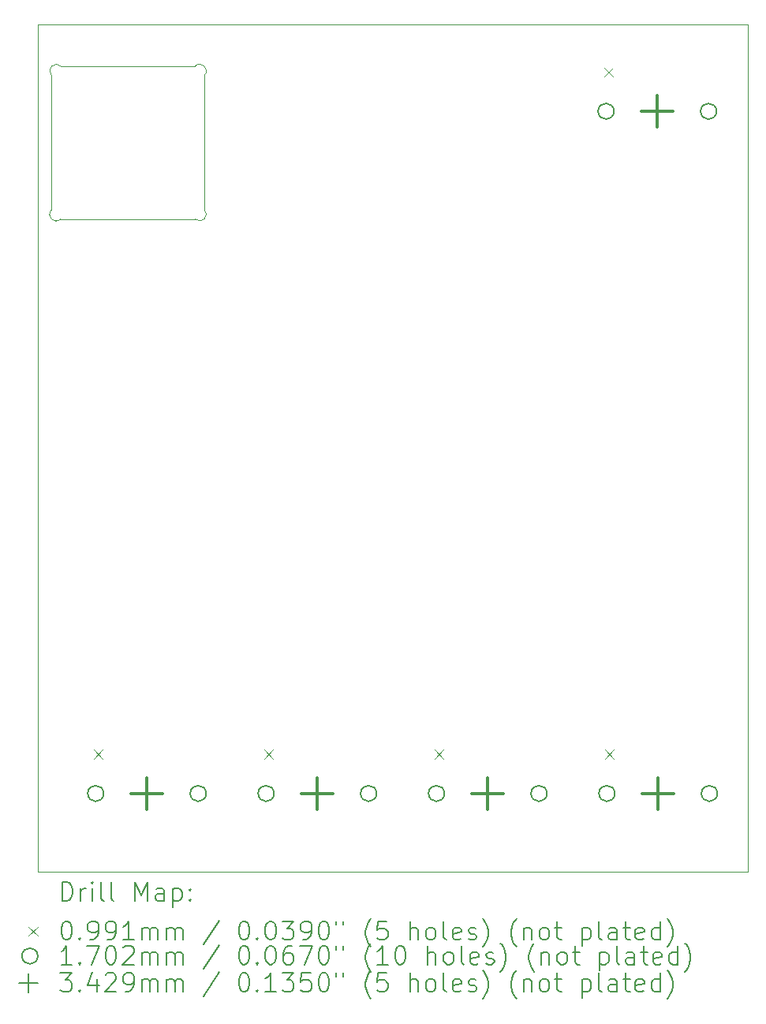
<source format=gbr>
%TF.GenerationSoftware,KiCad,Pcbnew,8.0.7*%
%TF.CreationDate,2024-12-12T20:06:31+02:00*%
%TF.ProjectId,circuit diagram,63697263-7569-4742-9064-69616772616d,rev?*%
%TF.SameCoordinates,Original*%
%TF.FileFunction,Drillmap*%
%TF.FilePolarity,Positive*%
%FSLAX45Y45*%
G04 Gerber Fmt 4.5, Leading zero omitted, Abs format (unit mm)*
G04 Created by KiCad (PCBNEW 8.0.7) date 2024-12-12 20:06:31*
%MOMM*%
%LPD*%
G01*
G04 APERTURE LIST*
%ADD10C,0.050000*%
%ADD11C,0.100000*%
%ADD12C,0.200000*%
%ADD13C,0.170180*%
%ADD14C,0.342900*%
G04 APERTURE END LIST*
D10*
X2794000Y-2946400D02*
X10414000Y-2946400D01*
X10414000Y-12039600D01*
X2794000Y-12039600D01*
X2794000Y-2946400D01*
D11*
X4579200Y-4936400D02*
X4579200Y-3496400D01*
X3039200Y-5036400D02*
X4479200Y-5036400D01*
X4479200Y-3396400D02*
X3039200Y-3396400D01*
X2939200Y-3496400D02*
X2939200Y-4936400D01*
X4479200Y-3396400D02*
G75*
G02*
X4579200Y-3496400I50000J-50000D01*
G01*
X4579200Y-4936400D02*
G75*
G02*
X4479200Y-5036400I-50000J-50000D01*
G01*
X2939200Y-3496400D02*
G75*
G02*
X3039200Y-3396400I50000J50000D01*
G01*
X3039200Y-5036400D02*
G75*
G02*
X2939200Y-4936400I-50000J50000D01*
G01*
D12*
D11*
X3390870Y-10731870D02*
X3489930Y-10830930D01*
X3489930Y-10731870D02*
X3390870Y-10830930D01*
X5219670Y-10731870D02*
X5318730Y-10830930D01*
X5318730Y-10731870D02*
X5219670Y-10830930D01*
X7048470Y-10731870D02*
X7147530Y-10830930D01*
X7147530Y-10731870D02*
X7048470Y-10830930D01*
X8868470Y-3410870D02*
X8967530Y-3509930D01*
X8967530Y-3410870D02*
X8868470Y-3509930D01*
X8877270Y-10731870D02*
X8976330Y-10830930D01*
X8976330Y-10731870D02*
X8877270Y-10830930D01*
D13*
X3497490Y-11201400D02*
G75*
G02*
X3327310Y-11201400I-85090J0D01*
G01*
X3327310Y-11201400D02*
G75*
G02*
X3497490Y-11201400I85090J0D01*
G01*
X4597490Y-11201400D02*
G75*
G02*
X4427310Y-11201400I-85090J0D01*
G01*
X4427310Y-11201400D02*
G75*
G02*
X4597490Y-11201400I85090J0D01*
G01*
X5326290Y-11201400D02*
G75*
G02*
X5156110Y-11201400I-85090J0D01*
G01*
X5156110Y-11201400D02*
G75*
G02*
X5326290Y-11201400I85090J0D01*
G01*
X6426290Y-11201400D02*
G75*
G02*
X6256110Y-11201400I-85090J0D01*
G01*
X6256110Y-11201400D02*
G75*
G02*
X6426290Y-11201400I85090J0D01*
G01*
X7155090Y-11201400D02*
G75*
G02*
X6984910Y-11201400I-85090J0D01*
G01*
X6984910Y-11201400D02*
G75*
G02*
X7155090Y-11201400I85090J0D01*
G01*
X8255090Y-11201400D02*
G75*
G02*
X8084910Y-11201400I-85090J0D01*
G01*
X8084910Y-11201400D02*
G75*
G02*
X8255090Y-11201400I85090J0D01*
G01*
X8975090Y-3880400D02*
G75*
G02*
X8804910Y-3880400I-85090J0D01*
G01*
X8804910Y-3880400D02*
G75*
G02*
X8975090Y-3880400I85090J0D01*
G01*
X8983890Y-11201400D02*
G75*
G02*
X8813710Y-11201400I-85090J0D01*
G01*
X8813710Y-11201400D02*
G75*
G02*
X8983890Y-11201400I85090J0D01*
G01*
X10075090Y-3880400D02*
G75*
G02*
X9904910Y-3880400I-85090J0D01*
G01*
X9904910Y-3880400D02*
G75*
G02*
X10075090Y-3880400I85090J0D01*
G01*
X10083890Y-11201400D02*
G75*
G02*
X9913710Y-11201400I-85090J0D01*
G01*
X9913710Y-11201400D02*
G75*
G02*
X10083890Y-11201400I85090J0D01*
G01*
D14*
X3962400Y-11029950D02*
X3962400Y-11372850D01*
X3790950Y-11201400D02*
X4133850Y-11201400D01*
X5791200Y-11029950D02*
X5791200Y-11372850D01*
X5619750Y-11201400D02*
X5962650Y-11201400D01*
X7620000Y-11029950D02*
X7620000Y-11372850D01*
X7448550Y-11201400D02*
X7791450Y-11201400D01*
X9440000Y-3708950D02*
X9440000Y-4051850D01*
X9268550Y-3880400D02*
X9611450Y-3880400D01*
X9448800Y-11029950D02*
X9448800Y-11372850D01*
X9277350Y-11201400D02*
X9620250Y-11201400D01*
D12*
X3052277Y-12353584D02*
X3052277Y-12153584D01*
X3052277Y-12153584D02*
X3099896Y-12153584D01*
X3099896Y-12153584D02*
X3128467Y-12163108D01*
X3128467Y-12163108D02*
X3147515Y-12182155D01*
X3147515Y-12182155D02*
X3157039Y-12201203D01*
X3157039Y-12201203D02*
X3166562Y-12239298D01*
X3166562Y-12239298D02*
X3166562Y-12267869D01*
X3166562Y-12267869D02*
X3157039Y-12305965D01*
X3157039Y-12305965D02*
X3147515Y-12325012D01*
X3147515Y-12325012D02*
X3128467Y-12344060D01*
X3128467Y-12344060D02*
X3099896Y-12353584D01*
X3099896Y-12353584D02*
X3052277Y-12353584D01*
X3252277Y-12353584D02*
X3252277Y-12220250D01*
X3252277Y-12258346D02*
X3261801Y-12239298D01*
X3261801Y-12239298D02*
X3271324Y-12229774D01*
X3271324Y-12229774D02*
X3290372Y-12220250D01*
X3290372Y-12220250D02*
X3309420Y-12220250D01*
X3376086Y-12353584D02*
X3376086Y-12220250D01*
X3376086Y-12153584D02*
X3366562Y-12163108D01*
X3366562Y-12163108D02*
X3376086Y-12172631D01*
X3376086Y-12172631D02*
X3385610Y-12163108D01*
X3385610Y-12163108D02*
X3376086Y-12153584D01*
X3376086Y-12153584D02*
X3376086Y-12172631D01*
X3499896Y-12353584D02*
X3480848Y-12344060D01*
X3480848Y-12344060D02*
X3471324Y-12325012D01*
X3471324Y-12325012D02*
X3471324Y-12153584D01*
X3604658Y-12353584D02*
X3585610Y-12344060D01*
X3585610Y-12344060D02*
X3576086Y-12325012D01*
X3576086Y-12325012D02*
X3576086Y-12153584D01*
X3833229Y-12353584D02*
X3833229Y-12153584D01*
X3833229Y-12153584D02*
X3899896Y-12296441D01*
X3899896Y-12296441D02*
X3966562Y-12153584D01*
X3966562Y-12153584D02*
X3966562Y-12353584D01*
X4147515Y-12353584D02*
X4147515Y-12248822D01*
X4147515Y-12248822D02*
X4137991Y-12229774D01*
X4137991Y-12229774D02*
X4118943Y-12220250D01*
X4118943Y-12220250D02*
X4080848Y-12220250D01*
X4080848Y-12220250D02*
X4061801Y-12229774D01*
X4147515Y-12344060D02*
X4128467Y-12353584D01*
X4128467Y-12353584D02*
X4080848Y-12353584D01*
X4080848Y-12353584D02*
X4061801Y-12344060D01*
X4061801Y-12344060D02*
X4052277Y-12325012D01*
X4052277Y-12325012D02*
X4052277Y-12305965D01*
X4052277Y-12305965D02*
X4061801Y-12286917D01*
X4061801Y-12286917D02*
X4080848Y-12277393D01*
X4080848Y-12277393D02*
X4128467Y-12277393D01*
X4128467Y-12277393D02*
X4147515Y-12267869D01*
X4242753Y-12220250D02*
X4242753Y-12420250D01*
X4242753Y-12229774D02*
X4261801Y-12220250D01*
X4261801Y-12220250D02*
X4299896Y-12220250D01*
X4299896Y-12220250D02*
X4318944Y-12229774D01*
X4318944Y-12229774D02*
X4328467Y-12239298D01*
X4328467Y-12239298D02*
X4337991Y-12258346D01*
X4337991Y-12258346D02*
X4337991Y-12315488D01*
X4337991Y-12315488D02*
X4328467Y-12334536D01*
X4328467Y-12334536D02*
X4318944Y-12344060D01*
X4318944Y-12344060D02*
X4299896Y-12353584D01*
X4299896Y-12353584D02*
X4261801Y-12353584D01*
X4261801Y-12353584D02*
X4242753Y-12344060D01*
X4423705Y-12334536D02*
X4433229Y-12344060D01*
X4433229Y-12344060D02*
X4423705Y-12353584D01*
X4423705Y-12353584D02*
X4414182Y-12344060D01*
X4414182Y-12344060D02*
X4423705Y-12334536D01*
X4423705Y-12334536D02*
X4423705Y-12353584D01*
X4423705Y-12229774D02*
X4433229Y-12239298D01*
X4433229Y-12239298D02*
X4423705Y-12248822D01*
X4423705Y-12248822D02*
X4414182Y-12239298D01*
X4414182Y-12239298D02*
X4423705Y-12229774D01*
X4423705Y-12229774D02*
X4423705Y-12248822D01*
D11*
X2692440Y-12632570D02*
X2791500Y-12731630D01*
X2791500Y-12632570D02*
X2692440Y-12731630D01*
D12*
X3090372Y-12573584D02*
X3109420Y-12573584D01*
X3109420Y-12573584D02*
X3128467Y-12583108D01*
X3128467Y-12583108D02*
X3137991Y-12592631D01*
X3137991Y-12592631D02*
X3147515Y-12611679D01*
X3147515Y-12611679D02*
X3157039Y-12649774D01*
X3157039Y-12649774D02*
X3157039Y-12697393D01*
X3157039Y-12697393D02*
X3147515Y-12735488D01*
X3147515Y-12735488D02*
X3137991Y-12754536D01*
X3137991Y-12754536D02*
X3128467Y-12764060D01*
X3128467Y-12764060D02*
X3109420Y-12773584D01*
X3109420Y-12773584D02*
X3090372Y-12773584D01*
X3090372Y-12773584D02*
X3071324Y-12764060D01*
X3071324Y-12764060D02*
X3061801Y-12754536D01*
X3061801Y-12754536D02*
X3052277Y-12735488D01*
X3052277Y-12735488D02*
X3042753Y-12697393D01*
X3042753Y-12697393D02*
X3042753Y-12649774D01*
X3042753Y-12649774D02*
X3052277Y-12611679D01*
X3052277Y-12611679D02*
X3061801Y-12592631D01*
X3061801Y-12592631D02*
X3071324Y-12583108D01*
X3071324Y-12583108D02*
X3090372Y-12573584D01*
X3242753Y-12754536D02*
X3252277Y-12764060D01*
X3252277Y-12764060D02*
X3242753Y-12773584D01*
X3242753Y-12773584D02*
X3233229Y-12764060D01*
X3233229Y-12764060D02*
X3242753Y-12754536D01*
X3242753Y-12754536D02*
X3242753Y-12773584D01*
X3347515Y-12773584D02*
X3385610Y-12773584D01*
X3385610Y-12773584D02*
X3404658Y-12764060D01*
X3404658Y-12764060D02*
X3414182Y-12754536D01*
X3414182Y-12754536D02*
X3433229Y-12725965D01*
X3433229Y-12725965D02*
X3442753Y-12687869D01*
X3442753Y-12687869D02*
X3442753Y-12611679D01*
X3442753Y-12611679D02*
X3433229Y-12592631D01*
X3433229Y-12592631D02*
X3423705Y-12583108D01*
X3423705Y-12583108D02*
X3404658Y-12573584D01*
X3404658Y-12573584D02*
X3366562Y-12573584D01*
X3366562Y-12573584D02*
X3347515Y-12583108D01*
X3347515Y-12583108D02*
X3337991Y-12592631D01*
X3337991Y-12592631D02*
X3328467Y-12611679D01*
X3328467Y-12611679D02*
X3328467Y-12659298D01*
X3328467Y-12659298D02*
X3337991Y-12678346D01*
X3337991Y-12678346D02*
X3347515Y-12687869D01*
X3347515Y-12687869D02*
X3366562Y-12697393D01*
X3366562Y-12697393D02*
X3404658Y-12697393D01*
X3404658Y-12697393D02*
X3423705Y-12687869D01*
X3423705Y-12687869D02*
X3433229Y-12678346D01*
X3433229Y-12678346D02*
X3442753Y-12659298D01*
X3537991Y-12773584D02*
X3576086Y-12773584D01*
X3576086Y-12773584D02*
X3595134Y-12764060D01*
X3595134Y-12764060D02*
X3604658Y-12754536D01*
X3604658Y-12754536D02*
X3623705Y-12725965D01*
X3623705Y-12725965D02*
X3633229Y-12687869D01*
X3633229Y-12687869D02*
X3633229Y-12611679D01*
X3633229Y-12611679D02*
X3623705Y-12592631D01*
X3623705Y-12592631D02*
X3614182Y-12583108D01*
X3614182Y-12583108D02*
X3595134Y-12573584D01*
X3595134Y-12573584D02*
X3557039Y-12573584D01*
X3557039Y-12573584D02*
X3537991Y-12583108D01*
X3537991Y-12583108D02*
X3528467Y-12592631D01*
X3528467Y-12592631D02*
X3518943Y-12611679D01*
X3518943Y-12611679D02*
X3518943Y-12659298D01*
X3518943Y-12659298D02*
X3528467Y-12678346D01*
X3528467Y-12678346D02*
X3537991Y-12687869D01*
X3537991Y-12687869D02*
X3557039Y-12697393D01*
X3557039Y-12697393D02*
X3595134Y-12697393D01*
X3595134Y-12697393D02*
X3614182Y-12687869D01*
X3614182Y-12687869D02*
X3623705Y-12678346D01*
X3623705Y-12678346D02*
X3633229Y-12659298D01*
X3823705Y-12773584D02*
X3709420Y-12773584D01*
X3766562Y-12773584D02*
X3766562Y-12573584D01*
X3766562Y-12573584D02*
X3747515Y-12602155D01*
X3747515Y-12602155D02*
X3728467Y-12621203D01*
X3728467Y-12621203D02*
X3709420Y-12630727D01*
X3909420Y-12773584D02*
X3909420Y-12640250D01*
X3909420Y-12659298D02*
X3918943Y-12649774D01*
X3918943Y-12649774D02*
X3937991Y-12640250D01*
X3937991Y-12640250D02*
X3966563Y-12640250D01*
X3966563Y-12640250D02*
X3985610Y-12649774D01*
X3985610Y-12649774D02*
X3995134Y-12668822D01*
X3995134Y-12668822D02*
X3995134Y-12773584D01*
X3995134Y-12668822D02*
X4004658Y-12649774D01*
X4004658Y-12649774D02*
X4023705Y-12640250D01*
X4023705Y-12640250D02*
X4052277Y-12640250D01*
X4052277Y-12640250D02*
X4071324Y-12649774D01*
X4071324Y-12649774D02*
X4080848Y-12668822D01*
X4080848Y-12668822D02*
X4080848Y-12773584D01*
X4176086Y-12773584D02*
X4176086Y-12640250D01*
X4176086Y-12659298D02*
X4185610Y-12649774D01*
X4185610Y-12649774D02*
X4204658Y-12640250D01*
X4204658Y-12640250D02*
X4233229Y-12640250D01*
X4233229Y-12640250D02*
X4252277Y-12649774D01*
X4252277Y-12649774D02*
X4261801Y-12668822D01*
X4261801Y-12668822D02*
X4261801Y-12773584D01*
X4261801Y-12668822D02*
X4271325Y-12649774D01*
X4271325Y-12649774D02*
X4290372Y-12640250D01*
X4290372Y-12640250D02*
X4318944Y-12640250D01*
X4318944Y-12640250D02*
X4337991Y-12649774D01*
X4337991Y-12649774D02*
X4347515Y-12668822D01*
X4347515Y-12668822D02*
X4347515Y-12773584D01*
X4737991Y-12564060D02*
X4566563Y-12821203D01*
X4995134Y-12573584D02*
X5014182Y-12573584D01*
X5014182Y-12573584D02*
X5033229Y-12583108D01*
X5033229Y-12583108D02*
X5042753Y-12592631D01*
X5042753Y-12592631D02*
X5052277Y-12611679D01*
X5052277Y-12611679D02*
X5061801Y-12649774D01*
X5061801Y-12649774D02*
X5061801Y-12697393D01*
X5061801Y-12697393D02*
X5052277Y-12735488D01*
X5052277Y-12735488D02*
X5042753Y-12754536D01*
X5042753Y-12754536D02*
X5033229Y-12764060D01*
X5033229Y-12764060D02*
X5014182Y-12773584D01*
X5014182Y-12773584D02*
X4995134Y-12773584D01*
X4995134Y-12773584D02*
X4976087Y-12764060D01*
X4976087Y-12764060D02*
X4966563Y-12754536D01*
X4966563Y-12754536D02*
X4957039Y-12735488D01*
X4957039Y-12735488D02*
X4947515Y-12697393D01*
X4947515Y-12697393D02*
X4947515Y-12649774D01*
X4947515Y-12649774D02*
X4957039Y-12611679D01*
X4957039Y-12611679D02*
X4966563Y-12592631D01*
X4966563Y-12592631D02*
X4976087Y-12583108D01*
X4976087Y-12583108D02*
X4995134Y-12573584D01*
X5147515Y-12754536D02*
X5157039Y-12764060D01*
X5157039Y-12764060D02*
X5147515Y-12773584D01*
X5147515Y-12773584D02*
X5137991Y-12764060D01*
X5137991Y-12764060D02*
X5147515Y-12754536D01*
X5147515Y-12754536D02*
X5147515Y-12773584D01*
X5280848Y-12573584D02*
X5299896Y-12573584D01*
X5299896Y-12573584D02*
X5318944Y-12583108D01*
X5318944Y-12583108D02*
X5328468Y-12592631D01*
X5328468Y-12592631D02*
X5337991Y-12611679D01*
X5337991Y-12611679D02*
X5347515Y-12649774D01*
X5347515Y-12649774D02*
X5347515Y-12697393D01*
X5347515Y-12697393D02*
X5337991Y-12735488D01*
X5337991Y-12735488D02*
X5328468Y-12754536D01*
X5328468Y-12754536D02*
X5318944Y-12764060D01*
X5318944Y-12764060D02*
X5299896Y-12773584D01*
X5299896Y-12773584D02*
X5280848Y-12773584D01*
X5280848Y-12773584D02*
X5261801Y-12764060D01*
X5261801Y-12764060D02*
X5252277Y-12754536D01*
X5252277Y-12754536D02*
X5242753Y-12735488D01*
X5242753Y-12735488D02*
X5233229Y-12697393D01*
X5233229Y-12697393D02*
X5233229Y-12649774D01*
X5233229Y-12649774D02*
X5242753Y-12611679D01*
X5242753Y-12611679D02*
X5252277Y-12592631D01*
X5252277Y-12592631D02*
X5261801Y-12583108D01*
X5261801Y-12583108D02*
X5280848Y-12573584D01*
X5414182Y-12573584D02*
X5537991Y-12573584D01*
X5537991Y-12573584D02*
X5471325Y-12649774D01*
X5471325Y-12649774D02*
X5499896Y-12649774D01*
X5499896Y-12649774D02*
X5518944Y-12659298D01*
X5518944Y-12659298D02*
X5528468Y-12668822D01*
X5528468Y-12668822D02*
X5537991Y-12687869D01*
X5537991Y-12687869D02*
X5537991Y-12735488D01*
X5537991Y-12735488D02*
X5528468Y-12754536D01*
X5528468Y-12754536D02*
X5518944Y-12764060D01*
X5518944Y-12764060D02*
X5499896Y-12773584D01*
X5499896Y-12773584D02*
X5442753Y-12773584D01*
X5442753Y-12773584D02*
X5423706Y-12764060D01*
X5423706Y-12764060D02*
X5414182Y-12754536D01*
X5633229Y-12773584D02*
X5671325Y-12773584D01*
X5671325Y-12773584D02*
X5690372Y-12764060D01*
X5690372Y-12764060D02*
X5699896Y-12754536D01*
X5699896Y-12754536D02*
X5718944Y-12725965D01*
X5718944Y-12725965D02*
X5728467Y-12687869D01*
X5728467Y-12687869D02*
X5728467Y-12611679D01*
X5728467Y-12611679D02*
X5718944Y-12592631D01*
X5718944Y-12592631D02*
X5709420Y-12583108D01*
X5709420Y-12583108D02*
X5690372Y-12573584D01*
X5690372Y-12573584D02*
X5652277Y-12573584D01*
X5652277Y-12573584D02*
X5633229Y-12583108D01*
X5633229Y-12583108D02*
X5623706Y-12592631D01*
X5623706Y-12592631D02*
X5614182Y-12611679D01*
X5614182Y-12611679D02*
X5614182Y-12659298D01*
X5614182Y-12659298D02*
X5623706Y-12678346D01*
X5623706Y-12678346D02*
X5633229Y-12687869D01*
X5633229Y-12687869D02*
X5652277Y-12697393D01*
X5652277Y-12697393D02*
X5690372Y-12697393D01*
X5690372Y-12697393D02*
X5709420Y-12687869D01*
X5709420Y-12687869D02*
X5718944Y-12678346D01*
X5718944Y-12678346D02*
X5728467Y-12659298D01*
X5852277Y-12573584D02*
X5871325Y-12573584D01*
X5871325Y-12573584D02*
X5890372Y-12583108D01*
X5890372Y-12583108D02*
X5899896Y-12592631D01*
X5899896Y-12592631D02*
X5909420Y-12611679D01*
X5909420Y-12611679D02*
X5918944Y-12649774D01*
X5918944Y-12649774D02*
X5918944Y-12697393D01*
X5918944Y-12697393D02*
X5909420Y-12735488D01*
X5909420Y-12735488D02*
X5899896Y-12754536D01*
X5899896Y-12754536D02*
X5890372Y-12764060D01*
X5890372Y-12764060D02*
X5871325Y-12773584D01*
X5871325Y-12773584D02*
X5852277Y-12773584D01*
X5852277Y-12773584D02*
X5833229Y-12764060D01*
X5833229Y-12764060D02*
X5823706Y-12754536D01*
X5823706Y-12754536D02*
X5814182Y-12735488D01*
X5814182Y-12735488D02*
X5804658Y-12697393D01*
X5804658Y-12697393D02*
X5804658Y-12649774D01*
X5804658Y-12649774D02*
X5814182Y-12611679D01*
X5814182Y-12611679D02*
X5823706Y-12592631D01*
X5823706Y-12592631D02*
X5833229Y-12583108D01*
X5833229Y-12583108D02*
X5852277Y-12573584D01*
X5995134Y-12573584D02*
X5995134Y-12611679D01*
X6071325Y-12573584D02*
X6071325Y-12611679D01*
X6366563Y-12849774D02*
X6357039Y-12840250D01*
X6357039Y-12840250D02*
X6337991Y-12811679D01*
X6337991Y-12811679D02*
X6328468Y-12792631D01*
X6328468Y-12792631D02*
X6318944Y-12764060D01*
X6318944Y-12764060D02*
X6309420Y-12716441D01*
X6309420Y-12716441D02*
X6309420Y-12678346D01*
X6309420Y-12678346D02*
X6318944Y-12630727D01*
X6318944Y-12630727D02*
X6328468Y-12602155D01*
X6328468Y-12602155D02*
X6337991Y-12583108D01*
X6337991Y-12583108D02*
X6357039Y-12554536D01*
X6357039Y-12554536D02*
X6366563Y-12545012D01*
X6537991Y-12573584D02*
X6442753Y-12573584D01*
X6442753Y-12573584D02*
X6433229Y-12668822D01*
X6433229Y-12668822D02*
X6442753Y-12659298D01*
X6442753Y-12659298D02*
X6461801Y-12649774D01*
X6461801Y-12649774D02*
X6509420Y-12649774D01*
X6509420Y-12649774D02*
X6528468Y-12659298D01*
X6528468Y-12659298D02*
X6537991Y-12668822D01*
X6537991Y-12668822D02*
X6547515Y-12687869D01*
X6547515Y-12687869D02*
X6547515Y-12735488D01*
X6547515Y-12735488D02*
X6537991Y-12754536D01*
X6537991Y-12754536D02*
X6528468Y-12764060D01*
X6528468Y-12764060D02*
X6509420Y-12773584D01*
X6509420Y-12773584D02*
X6461801Y-12773584D01*
X6461801Y-12773584D02*
X6442753Y-12764060D01*
X6442753Y-12764060D02*
X6433229Y-12754536D01*
X6785610Y-12773584D02*
X6785610Y-12573584D01*
X6871325Y-12773584D02*
X6871325Y-12668822D01*
X6871325Y-12668822D02*
X6861801Y-12649774D01*
X6861801Y-12649774D02*
X6842753Y-12640250D01*
X6842753Y-12640250D02*
X6814182Y-12640250D01*
X6814182Y-12640250D02*
X6795134Y-12649774D01*
X6795134Y-12649774D02*
X6785610Y-12659298D01*
X6995134Y-12773584D02*
X6976087Y-12764060D01*
X6976087Y-12764060D02*
X6966563Y-12754536D01*
X6966563Y-12754536D02*
X6957039Y-12735488D01*
X6957039Y-12735488D02*
X6957039Y-12678346D01*
X6957039Y-12678346D02*
X6966563Y-12659298D01*
X6966563Y-12659298D02*
X6976087Y-12649774D01*
X6976087Y-12649774D02*
X6995134Y-12640250D01*
X6995134Y-12640250D02*
X7023706Y-12640250D01*
X7023706Y-12640250D02*
X7042753Y-12649774D01*
X7042753Y-12649774D02*
X7052277Y-12659298D01*
X7052277Y-12659298D02*
X7061801Y-12678346D01*
X7061801Y-12678346D02*
X7061801Y-12735488D01*
X7061801Y-12735488D02*
X7052277Y-12754536D01*
X7052277Y-12754536D02*
X7042753Y-12764060D01*
X7042753Y-12764060D02*
X7023706Y-12773584D01*
X7023706Y-12773584D02*
X6995134Y-12773584D01*
X7176087Y-12773584D02*
X7157039Y-12764060D01*
X7157039Y-12764060D02*
X7147515Y-12745012D01*
X7147515Y-12745012D02*
X7147515Y-12573584D01*
X7328468Y-12764060D02*
X7309420Y-12773584D01*
X7309420Y-12773584D02*
X7271325Y-12773584D01*
X7271325Y-12773584D02*
X7252277Y-12764060D01*
X7252277Y-12764060D02*
X7242753Y-12745012D01*
X7242753Y-12745012D02*
X7242753Y-12668822D01*
X7242753Y-12668822D02*
X7252277Y-12649774D01*
X7252277Y-12649774D02*
X7271325Y-12640250D01*
X7271325Y-12640250D02*
X7309420Y-12640250D01*
X7309420Y-12640250D02*
X7328468Y-12649774D01*
X7328468Y-12649774D02*
X7337991Y-12668822D01*
X7337991Y-12668822D02*
X7337991Y-12687869D01*
X7337991Y-12687869D02*
X7242753Y-12706917D01*
X7414182Y-12764060D02*
X7433230Y-12773584D01*
X7433230Y-12773584D02*
X7471325Y-12773584D01*
X7471325Y-12773584D02*
X7490372Y-12764060D01*
X7490372Y-12764060D02*
X7499896Y-12745012D01*
X7499896Y-12745012D02*
X7499896Y-12735488D01*
X7499896Y-12735488D02*
X7490372Y-12716441D01*
X7490372Y-12716441D02*
X7471325Y-12706917D01*
X7471325Y-12706917D02*
X7442753Y-12706917D01*
X7442753Y-12706917D02*
X7423706Y-12697393D01*
X7423706Y-12697393D02*
X7414182Y-12678346D01*
X7414182Y-12678346D02*
X7414182Y-12668822D01*
X7414182Y-12668822D02*
X7423706Y-12649774D01*
X7423706Y-12649774D02*
X7442753Y-12640250D01*
X7442753Y-12640250D02*
X7471325Y-12640250D01*
X7471325Y-12640250D02*
X7490372Y-12649774D01*
X7566563Y-12849774D02*
X7576087Y-12840250D01*
X7576087Y-12840250D02*
X7595134Y-12811679D01*
X7595134Y-12811679D02*
X7604658Y-12792631D01*
X7604658Y-12792631D02*
X7614182Y-12764060D01*
X7614182Y-12764060D02*
X7623706Y-12716441D01*
X7623706Y-12716441D02*
X7623706Y-12678346D01*
X7623706Y-12678346D02*
X7614182Y-12630727D01*
X7614182Y-12630727D02*
X7604658Y-12602155D01*
X7604658Y-12602155D02*
X7595134Y-12583108D01*
X7595134Y-12583108D02*
X7576087Y-12554536D01*
X7576087Y-12554536D02*
X7566563Y-12545012D01*
X7928468Y-12849774D02*
X7918944Y-12840250D01*
X7918944Y-12840250D02*
X7899896Y-12811679D01*
X7899896Y-12811679D02*
X7890372Y-12792631D01*
X7890372Y-12792631D02*
X7880849Y-12764060D01*
X7880849Y-12764060D02*
X7871325Y-12716441D01*
X7871325Y-12716441D02*
X7871325Y-12678346D01*
X7871325Y-12678346D02*
X7880849Y-12630727D01*
X7880849Y-12630727D02*
X7890372Y-12602155D01*
X7890372Y-12602155D02*
X7899896Y-12583108D01*
X7899896Y-12583108D02*
X7918944Y-12554536D01*
X7918944Y-12554536D02*
X7928468Y-12545012D01*
X8004658Y-12640250D02*
X8004658Y-12773584D01*
X8004658Y-12659298D02*
X8014182Y-12649774D01*
X8014182Y-12649774D02*
X8033230Y-12640250D01*
X8033230Y-12640250D02*
X8061801Y-12640250D01*
X8061801Y-12640250D02*
X8080849Y-12649774D01*
X8080849Y-12649774D02*
X8090372Y-12668822D01*
X8090372Y-12668822D02*
X8090372Y-12773584D01*
X8214182Y-12773584D02*
X8195134Y-12764060D01*
X8195134Y-12764060D02*
X8185611Y-12754536D01*
X8185611Y-12754536D02*
X8176087Y-12735488D01*
X8176087Y-12735488D02*
X8176087Y-12678346D01*
X8176087Y-12678346D02*
X8185611Y-12659298D01*
X8185611Y-12659298D02*
X8195134Y-12649774D01*
X8195134Y-12649774D02*
X8214182Y-12640250D01*
X8214182Y-12640250D02*
X8242753Y-12640250D01*
X8242753Y-12640250D02*
X8261801Y-12649774D01*
X8261801Y-12649774D02*
X8271325Y-12659298D01*
X8271325Y-12659298D02*
X8280849Y-12678346D01*
X8280849Y-12678346D02*
X8280849Y-12735488D01*
X8280849Y-12735488D02*
X8271325Y-12754536D01*
X8271325Y-12754536D02*
X8261801Y-12764060D01*
X8261801Y-12764060D02*
X8242753Y-12773584D01*
X8242753Y-12773584D02*
X8214182Y-12773584D01*
X8337992Y-12640250D02*
X8414182Y-12640250D01*
X8366563Y-12573584D02*
X8366563Y-12745012D01*
X8366563Y-12745012D02*
X8376087Y-12764060D01*
X8376087Y-12764060D02*
X8395134Y-12773584D01*
X8395134Y-12773584D02*
X8414182Y-12773584D01*
X8633230Y-12640250D02*
X8633230Y-12840250D01*
X8633230Y-12649774D02*
X8652277Y-12640250D01*
X8652277Y-12640250D02*
X8690373Y-12640250D01*
X8690373Y-12640250D02*
X8709420Y-12649774D01*
X8709420Y-12649774D02*
X8718944Y-12659298D01*
X8718944Y-12659298D02*
X8728468Y-12678346D01*
X8728468Y-12678346D02*
X8728468Y-12735488D01*
X8728468Y-12735488D02*
X8718944Y-12754536D01*
X8718944Y-12754536D02*
X8709420Y-12764060D01*
X8709420Y-12764060D02*
X8690373Y-12773584D01*
X8690373Y-12773584D02*
X8652277Y-12773584D01*
X8652277Y-12773584D02*
X8633230Y-12764060D01*
X8842754Y-12773584D02*
X8823706Y-12764060D01*
X8823706Y-12764060D02*
X8814182Y-12745012D01*
X8814182Y-12745012D02*
X8814182Y-12573584D01*
X9004658Y-12773584D02*
X9004658Y-12668822D01*
X9004658Y-12668822D02*
X8995135Y-12649774D01*
X8995135Y-12649774D02*
X8976087Y-12640250D01*
X8976087Y-12640250D02*
X8937992Y-12640250D01*
X8937992Y-12640250D02*
X8918944Y-12649774D01*
X9004658Y-12764060D02*
X8985611Y-12773584D01*
X8985611Y-12773584D02*
X8937992Y-12773584D01*
X8937992Y-12773584D02*
X8918944Y-12764060D01*
X8918944Y-12764060D02*
X8909420Y-12745012D01*
X8909420Y-12745012D02*
X8909420Y-12725965D01*
X8909420Y-12725965D02*
X8918944Y-12706917D01*
X8918944Y-12706917D02*
X8937992Y-12697393D01*
X8937992Y-12697393D02*
X8985611Y-12697393D01*
X8985611Y-12697393D02*
X9004658Y-12687869D01*
X9071325Y-12640250D02*
X9147515Y-12640250D01*
X9099896Y-12573584D02*
X9099896Y-12745012D01*
X9099896Y-12745012D02*
X9109420Y-12764060D01*
X9109420Y-12764060D02*
X9128468Y-12773584D01*
X9128468Y-12773584D02*
X9147515Y-12773584D01*
X9290373Y-12764060D02*
X9271325Y-12773584D01*
X9271325Y-12773584D02*
X9233230Y-12773584D01*
X9233230Y-12773584D02*
X9214182Y-12764060D01*
X9214182Y-12764060D02*
X9204658Y-12745012D01*
X9204658Y-12745012D02*
X9204658Y-12668822D01*
X9204658Y-12668822D02*
X9214182Y-12649774D01*
X9214182Y-12649774D02*
X9233230Y-12640250D01*
X9233230Y-12640250D02*
X9271325Y-12640250D01*
X9271325Y-12640250D02*
X9290373Y-12649774D01*
X9290373Y-12649774D02*
X9299896Y-12668822D01*
X9299896Y-12668822D02*
X9299896Y-12687869D01*
X9299896Y-12687869D02*
X9204658Y-12706917D01*
X9471325Y-12773584D02*
X9471325Y-12573584D01*
X9471325Y-12764060D02*
X9452277Y-12773584D01*
X9452277Y-12773584D02*
X9414182Y-12773584D01*
X9414182Y-12773584D02*
X9395135Y-12764060D01*
X9395135Y-12764060D02*
X9385611Y-12754536D01*
X9385611Y-12754536D02*
X9376087Y-12735488D01*
X9376087Y-12735488D02*
X9376087Y-12678346D01*
X9376087Y-12678346D02*
X9385611Y-12659298D01*
X9385611Y-12659298D02*
X9395135Y-12649774D01*
X9395135Y-12649774D02*
X9414182Y-12640250D01*
X9414182Y-12640250D02*
X9452277Y-12640250D01*
X9452277Y-12640250D02*
X9471325Y-12649774D01*
X9547516Y-12849774D02*
X9557039Y-12840250D01*
X9557039Y-12840250D02*
X9576087Y-12811679D01*
X9576087Y-12811679D02*
X9585611Y-12792631D01*
X9585611Y-12792631D02*
X9595135Y-12764060D01*
X9595135Y-12764060D02*
X9604658Y-12716441D01*
X9604658Y-12716441D02*
X9604658Y-12678346D01*
X9604658Y-12678346D02*
X9595135Y-12630727D01*
X9595135Y-12630727D02*
X9585611Y-12602155D01*
X9585611Y-12602155D02*
X9576087Y-12583108D01*
X9576087Y-12583108D02*
X9557039Y-12554536D01*
X9557039Y-12554536D02*
X9547516Y-12545012D01*
D13*
X2791500Y-12946100D02*
G75*
G02*
X2621320Y-12946100I-85090J0D01*
G01*
X2621320Y-12946100D02*
G75*
G02*
X2791500Y-12946100I85090J0D01*
G01*
D12*
X3157039Y-13037584D02*
X3042753Y-13037584D01*
X3099896Y-13037584D02*
X3099896Y-12837584D01*
X3099896Y-12837584D02*
X3080848Y-12866155D01*
X3080848Y-12866155D02*
X3061801Y-12885203D01*
X3061801Y-12885203D02*
X3042753Y-12894727D01*
X3242753Y-13018536D02*
X3252277Y-13028060D01*
X3252277Y-13028060D02*
X3242753Y-13037584D01*
X3242753Y-13037584D02*
X3233229Y-13028060D01*
X3233229Y-13028060D02*
X3242753Y-13018536D01*
X3242753Y-13018536D02*
X3242753Y-13037584D01*
X3318943Y-12837584D02*
X3452277Y-12837584D01*
X3452277Y-12837584D02*
X3366562Y-13037584D01*
X3566562Y-12837584D02*
X3585610Y-12837584D01*
X3585610Y-12837584D02*
X3604658Y-12847108D01*
X3604658Y-12847108D02*
X3614182Y-12856631D01*
X3614182Y-12856631D02*
X3623705Y-12875679D01*
X3623705Y-12875679D02*
X3633229Y-12913774D01*
X3633229Y-12913774D02*
X3633229Y-12961393D01*
X3633229Y-12961393D02*
X3623705Y-12999488D01*
X3623705Y-12999488D02*
X3614182Y-13018536D01*
X3614182Y-13018536D02*
X3604658Y-13028060D01*
X3604658Y-13028060D02*
X3585610Y-13037584D01*
X3585610Y-13037584D02*
X3566562Y-13037584D01*
X3566562Y-13037584D02*
X3547515Y-13028060D01*
X3547515Y-13028060D02*
X3537991Y-13018536D01*
X3537991Y-13018536D02*
X3528467Y-12999488D01*
X3528467Y-12999488D02*
X3518943Y-12961393D01*
X3518943Y-12961393D02*
X3518943Y-12913774D01*
X3518943Y-12913774D02*
X3528467Y-12875679D01*
X3528467Y-12875679D02*
X3537991Y-12856631D01*
X3537991Y-12856631D02*
X3547515Y-12847108D01*
X3547515Y-12847108D02*
X3566562Y-12837584D01*
X3709420Y-12856631D02*
X3718943Y-12847108D01*
X3718943Y-12847108D02*
X3737991Y-12837584D01*
X3737991Y-12837584D02*
X3785610Y-12837584D01*
X3785610Y-12837584D02*
X3804658Y-12847108D01*
X3804658Y-12847108D02*
X3814182Y-12856631D01*
X3814182Y-12856631D02*
X3823705Y-12875679D01*
X3823705Y-12875679D02*
X3823705Y-12894727D01*
X3823705Y-12894727D02*
X3814182Y-12923298D01*
X3814182Y-12923298D02*
X3699896Y-13037584D01*
X3699896Y-13037584D02*
X3823705Y-13037584D01*
X3909420Y-13037584D02*
X3909420Y-12904250D01*
X3909420Y-12923298D02*
X3918943Y-12913774D01*
X3918943Y-12913774D02*
X3937991Y-12904250D01*
X3937991Y-12904250D02*
X3966563Y-12904250D01*
X3966563Y-12904250D02*
X3985610Y-12913774D01*
X3985610Y-12913774D02*
X3995134Y-12932822D01*
X3995134Y-12932822D02*
X3995134Y-13037584D01*
X3995134Y-12932822D02*
X4004658Y-12913774D01*
X4004658Y-12913774D02*
X4023705Y-12904250D01*
X4023705Y-12904250D02*
X4052277Y-12904250D01*
X4052277Y-12904250D02*
X4071324Y-12913774D01*
X4071324Y-12913774D02*
X4080848Y-12932822D01*
X4080848Y-12932822D02*
X4080848Y-13037584D01*
X4176086Y-13037584D02*
X4176086Y-12904250D01*
X4176086Y-12923298D02*
X4185610Y-12913774D01*
X4185610Y-12913774D02*
X4204658Y-12904250D01*
X4204658Y-12904250D02*
X4233229Y-12904250D01*
X4233229Y-12904250D02*
X4252277Y-12913774D01*
X4252277Y-12913774D02*
X4261801Y-12932822D01*
X4261801Y-12932822D02*
X4261801Y-13037584D01*
X4261801Y-12932822D02*
X4271325Y-12913774D01*
X4271325Y-12913774D02*
X4290372Y-12904250D01*
X4290372Y-12904250D02*
X4318944Y-12904250D01*
X4318944Y-12904250D02*
X4337991Y-12913774D01*
X4337991Y-12913774D02*
X4347515Y-12932822D01*
X4347515Y-12932822D02*
X4347515Y-13037584D01*
X4737991Y-12828060D02*
X4566563Y-13085203D01*
X4995134Y-12837584D02*
X5014182Y-12837584D01*
X5014182Y-12837584D02*
X5033229Y-12847108D01*
X5033229Y-12847108D02*
X5042753Y-12856631D01*
X5042753Y-12856631D02*
X5052277Y-12875679D01*
X5052277Y-12875679D02*
X5061801Y-12913774D01*
X5061801Y-12913774D02*
X5061801Y-12961393D01*
X5061801Y-12961393D02*
X5052277Y-12999488D01*
X5052277Y-12999488D02*
X5042753Y-13018536D01*
X5042753Y-13018536D02*
X5033229Y-13028060D01*
X5033229Y-13028060D02*
X5014182Y-13037584D01*
X5014182Y-13037584D02*
X4995134Y-13037584D01*
X4995134Y-13037584D02*
X4976087Y-13028060D01*
X4976087Y-13028060D02*
X4966563Y-13018536D01*
X4966563Y-13018536D02*
X4957039Y-12999488D01*
X4957039Y-12999488D02*
X4947515Y-12961393D01*
X4947515Y-12961393D02*
X4947515Y-12913774D01*
X4947515Y-12913774D02*
X4957039Y-12875679D01*
X4957039Y-12875679D02*
X4966563Y-12856631D01*
X4966563Y-12856631D02*
X4976087Y-12847108D01*
X4976087Y-12847108D02*
X4995134Y-12837584D01*
X5147515Y-13018536D02*
X5157039Y-13028060D01*
X5157039Y-13028060D02*
X5147515Y-13037584D01*
X5147515Y-13037584D02*
X5137991Y-13028060D01*
X5137991Y-13028060D02*
X5147515Y-13018536D01*
X5147515Y-13018536D02*
X5147515Y-13037584D01*
X5280848Y-12837584D02*
X5299896Y-12837584D01*
X5299896Y-12837584D02*
X5318944Y-12847108D01*
X5318944Y-12847108D02*
X5328468Y-12856631D01*
X5328468Y-12856631D02*
X5337991Y-12875679D01*
X5337991Y-12875679D02*
X5347515Y-12913774D01*
X5347515Y-12913774D02*
X5347515Y-12961393D01*
X5347515Y-12961393D02*
X5337991Y-12999488D01*
X5337991Y-12999488D02*
X5328468Y-13018536D01*
X5328468Y-13018536D02*
X5318944Y-13028060D01*
X5318944Y-13028060D02*
X5299896Y-13037584D01*
X5299896Y-13037584D02*
X5280848Y-13037584D01*
X5280848Y-13037584D02*
X5261801Y-13028060D01*
X5261801Y-13028060D02*
X5252277Y-13018536D01*
X5252277Y-13018536D02*
X5242753Y-12999488D01*
X5242753Y-12999488D02*
X5233229Y-12961393D01*
X5233229Y-12961393D02*
X5233229Y-12913774D01*
X5233229Y-12913774D02*
X5242753Y-12875679D01*
X5242753Y-12875679D02*
X5252277Y-12856631D01*
X5252277Y-12856631D02*
X5261801Y-12847108D01*
X5261801Y-12847108D02*
X5280848Y-12837584D01*
X5518944Y-12837584D02*
X5480848Y-12837584D01*
X5480848Y-12837584D02*
X5461801Y-12847108D01*
X5461801Y-12847108D02*
X5452277Y-12856631D01*
X5452277Y-12856631D02*
X5433229Y-12885203D01*
X5433229Y-12885203D02*
X5423706Y-12923298D01*
X5423706Y-12923298D02*
X5423706Y-12999488D01*
X5423706Y-12999488D02*
X5433229Y-13018536D01*
X5433229Y-13018536D02*
X5442753Y-13028060D01*
X5442753Y-13028060D02*
X5461801Y-13037584D01*
X5461801Y-13037584D02*
X5499896Y-13037584D01*
X5499896Y-13037584D02*
X5518944Y-13028060D01*
X5518944Y-13028060D02*
X5528468Y-13018536D01*
X5528468Y-13018536D02*
X5537991Y-12999488D01*
X5537991Y-12999488D02*
X5537991Y-12951869D01*
X5537991Y-12951869D02*
X5528468Y-12932822D01*
X5528468Y-12932822D02*
X5518944Y-12923298D01*
X5518944Y-12923298D02*
X5499896Y-12913774D01*
X5499896Y-12913774D02*
X5461801Y-12913774D01*
X5461801Y-12913774D02*
X5442753Y-12923298D01*
X5442753Y-12923298D02*
X5433229Y-12932822D01*
X5433229Y-12932822D02*
X5423706Y-12951869D01*
X5604658Y-12837584D02*
X5737991Y-12837584D01*
X5737991Y-12837584D02*
X5652277Y-13037584D01*
X5852277Y-12837584D02*
X5871325Y-12837584D01*
X5871325Y-12837584D02*
X5890372Y-12847108D01*
X5890372Y-12847108D02*
X5899896Y-12856631D01*
X5899896Y-12856631D02*
X5909420Y-12875679D01*
X5909420Y-12875679D02*
X5918944Y-12913774D01*
X5918944Y-12913774D02*
X5918944Y-12961393D01*
X5918944Y-12961393D02*
X5909420Y-12999488D01*
X5909420Y-12999488D02*
X5899896Y-13018536D01*
X5899896Y-13018536D02*
X5890372Y-13028060D01*
X5890372Y-13028060D02*
X5871325Y-13037584D01*
X5871325Y-13037584D02*
X5852277Y-13037584D01*
X5852277Y-13037584D02*
X5833229Y-13028060D01*
X5833229Y-13028060D02*
X5823706Y-13018536D01*
X5823706Y-13018536D02*
X5814182Y-12999488D01*
X5814182Y-12999488D02*
X5804658Y-12961393D01*
X5804658Y-12961393D02*
X5804658Y-12913774D01*
X5804658Y-12913774D02*
X5814182Y-12875679D01*
X5814182Y-12875679D02*
X5823706Y-12856631D01*
X5823706Y-12856631D02*
X5833229Y-12847108D01*
X5833229Y-12847108D02*
X5852277Y-12837584D01*
X5995134Y-12837584D02*
X5995134Y-12875679D01*
X6071325Y-12837584D02*
X6071325Y-12875679D01*
X6366563Y-13113774D02*
X6357039Y-13104250D01*
X6357039Y-13104250D02*
X6337991Y-13075679D01*
X6337991Y-13075679D02*
X6328468Y-13056631D01*
X6328468Y-13056631D02*
X6318944Y-13028060D01*
X6318944Y-13028060D02*
X6309420Y-12980441D01*
X6309420Y-12980441D02*
X6309420Y-12942346D01*
X6309420Y-12942346D02*
X6318944Y-12894727D01*
X6318944Y-12894727D02*
X6328468Y-12866155D01*
X6328468Y-12866155D02*
X6337991Y-12847108D01*
X6337991Y-12847108D02*
X6357039Y-12818536D01*
X6357039Y-12818536D02*
X6366563Y-12809012D01*
X6547515Y-13037584D02*
X6433229Y-13037584D01*
X6490372Y-13037584D02*
X6490372Y-12837584D01*
X6490372Y-12837584D02*
X6471325Y-12866155D01*
X6471325Y-12866155D02*
X6452277Y-12885203D01*
X6452277Y-12885203D02*
X6433229Y-12894727D01*
X6671325Y-12837584D02*
X6690372Y-12837584D01*
X6690372Y-12837584D02*
X6709420Y-12847108D01*
X6709420Y-12847108D02*
X6718944Y-12856631D01*
X6718944Y-12856631D02*
X6728468Y-12875679D01*
X6728468Y-12875679D02*
X6737991Y-12913774D01*
X6737991Y-12913774D02*
X6737991Y-12961393D01*
X6737991Y-12961393D02*
X6728468Y-12999488D01*
X6728468Y-12999488D02*
X6718944Y-13018536D01*
X6718944Y-13018536D02*
X6709420Y-13028060D01*
X6709420Y-13028060D02*
X6690372Y-13037584D01*
X6690372Y-13037584D02*
X6671325Y-13037584D01*
X6671325Y-13037584D02*
X6652277Y-13028060D01*
X6652277Y-13028060D02*
X6642753Y-13018536D01*
X6642753Y-13018536D02*
X6633229Y-12999488D01*
X6633229Y-12999488D02*
X6623706Y-12961393D01*
X6623706Y-12961393D02*
X6623706Y-12913774D01*
X6623706Y-12913774D02*
X6633229Y-12875679D01*
X6633229Y-12875679D02*
X6642753Y-12856631D01*
X6642753Y-12856631D02*
X6652277Y-12847108D01*
X6652277Y-12847108D02*
X6671325Y-12837584D01*
X6976087Y-13037584D02*
X6976087Y-12837584D01*
X7061801Y-13037584D02*
X7061801Y-12932822D01*
X7061801Y-12932822D02*
X7052277Y-12913774D01*
X7052277Y-12913774D02*
X7033230Y-12904250D01*
X7033230Y-12904250D02*
X7004658Y-12904250D01*
X7004658Y-12904250D02*
X6985610Y-12913774D01*
X6985610Y-12913774D02*
X6976087Y-12923298D01*
X7185610Y-13037584D02*
X7166563Y-13028060D01*
X7166563Y-13028060D02*
X7157039Y-13018536D01*
X7157039Y-13018536D02*
X7147515Y-12999488D01*
X7147515Y-12999488D02*
X7147515Y-12942346D01*
X7147515Y-12942346D02*
X7157039Y-12923298D01*
X7157039Y-12923298D02*
X7166563Y-12913774D01*
X7166563Y-12913774D02*
X7185610Y-12904250D01*
X7185610Y-12904250D02*
X7214182Y-12904250D01*
X7214182Y-12904250D02*
X7233230Y-12913774D01*
X7233230Y-12913774D02*
X7242753Y-12923298D01*
X7242753Y-12923298D02*
X7252277Y-12942346D01*
X7252277Y-12942346D02*
X7252277Y-12999488D01*
X7252277Y-12999488D02*
X7242753Y-13018536D01*
X7242753Y-13018536D02*
X7233230Y-13028060D01*
X7233230Y-13028060D02*
X7214182Y-13037584D01*
X7214182Y-13037584D02*
X7185610Y-13037584D01*
X7366563Y-13037584D02*
X7347515Y-13028060D01*
X7347515Y-13028060D02*
X7337991Y-13009012D01*
X7337991Y-13009012D02*
X7337991Y-12837584D01*
X7518944Y-13028060D02*
X7499896Y-13037584D01*
X7499896Y-13037584D02*
X7461801Y-13037584D01*
X7461801Y-13037584D02*
X7442753Y-13028060D01*
X7442753Y-13028060D02*
X7433230Y-13009012D01*
X7433230Y-13009012D02*
X7433230Y-12932822D01*
X7433230Y-12932822D02*
X7442753Y-12913774D01*
X7442753Y-12913774D02*
X7461801Y-12904250D01*
X7461801Y-12904250D02*
X7499896Y-12904250D01*
X7499896Y-12904250D02*
X7518944Y-12913774D01*
X7518944Y-12913774D02*
X7528468Y-12932822D01*
X7528468Y-12932822D02*
X7528468Y-12951869D01*
X7528468Y-12951869D02*
X7433230Y-12970917D01*
X7604658Y-13028060D02*
X7623706Y-13037584D01*
X7623706Y-13037584D02*
X7661801Y-13037584D01*
X7661801Y-13037584D02*
X7680849Y-13028060D01*
X7680849Y-13028060D02*
X7690372Y-13009012D01*
X7690372Y-13009012D02*
X7690372Y-12999488D01*
X7690372Y-12999488D02*
X7680849Y-12980441D01*
X7680849Y-12980441D02*
X7661801Y-12970917D01*
X7661801Y-12970917D02*
X7633230Y-12970917D01*
X7633230Y-12970917D02*
X7614182Y-12961393D01*
X7614182Y-12961393D02*
X7604658Y-12942346D01*
X7604658Y-12942346D02*
X7604658Y-12932822D01*
X7604658Y-12932822D02*
X7614182Y-12913774D01*
X7614182Y-12913774D02*
X7633230Y-12904250D01*
X7633230Y-12904250D02*
X7661801Y-12904250D01*
X7661801Y-12904250D02*
X7680849Y-12913774D01*
X7757039Y-13113774D02*
X7766563Y-13104250D01*
X7766563Y-13104250D02*
X7785611Y-13075679D01*
X7785611Y-13075679D02*
X7795134Y-13056631D01*
X7795134Y-13056631D02*
X7804658Y-13028060D01*
X7804658Y-13028060D02*
X7814182Y-12980441D01*
X7814182Y-12980441D02*
X7814182Y-12942346D01*
X7814182Y-12942346D02*
X7804658Y-12894727D01*
X7804658Y-12894727D02*
X7795134Y-12866155D01*
X7795134Y-12866155D02*
X7785611Y-12847108D01*
X7785611Y-12847108D02*
X7766563Y-12818536D01*
X7766563Y-12818536D02*
X7757039Y-12809012D01*
X8118944Y-13113774D02*
X8109420Y-13104250D01*
X8109420Y-13104250D02*
X8090372Y-13075679D01*
X8090372Y-13075679D02*
X8080849Y-13056631D01*
X8080849Y-13056631D02*
X8071325Y-13028060D01*
X8071325Y-13028060D02*
X8061801Y-12980441D01*
X8061801Y-12980441D02*
X8061801Y-12942346D01*
X8061801Y-12942346D02*
X8071325Y-12894727D01*
X8071325Y-12894727D02*
X8080849Y-12866155D01*
X8080849Y-12866155D02*
X8090372Y-12847108D01*
X8090372Y-12847108D02*
X8109420Y-12818536D01*
X8109420Y-12818536D02*
X8118944Y-12809012D01*
X8195134Y-12904250D02*
X8195134Y-13037584D01*
X8195134Y-12923298D02*
X8204658Y-12913774D01*
X8204658Y-12913774D02*
X8223706Y-12904250D01*
X8223706Y-12904250D02*
X8252277Y-12904250D01*
X8252277Y-12904250D02*
X8271325Y-12913774D01*
X8271325Y-12913774D02*
X8280849Y-12932822D01*
X8280849Y-12932822D02*
X8280849Y-13037584D01*
X8404658Y-13037584D02*
X8385611Y-13028060D01*
X8385611Y-13028060D02*
X8376087Y-13018536D01*
X8376087Y-13018536D02*
X8366563Y-12999488D01*
X8366563Y-12999488D02*
X8366563Y-12942346D01*
X8366563Y-12942346D02*
X8376087Y-12923298D01*
X8376087Y-12923298D02*
X8385611Y-12913774D01*
X8385611Y-12913774D02*
X8404658Y-12904250D01*
X8404658Y-12904250D02*
X8433230Y-12904250D01*
X8433230Y-12904250D02*
X8452277Y-12913774D01*
X8452277Y-12913774D02*
X8461801Y-12923298D01*
X8461801Y-12923298D02*
X8471325Y-12942346D01*
X8471325Y-12942346D02*
X8471325Y-12999488D01*
X8471325Y-12999488D02*
X8461801Y-13018536D01*
X8461801Y-13018536D02*
X8452277Y-13028060D01*
X8452277Y-13028060D02*
X8433230Y-13037584D01*
X8433230Y-13037584D02*
X8404658Y-13037584D01*
X8528468Y-12904250D02*
X8604658Y-12904250D01*
X8557039Y-12837584D02*
X8557039Y-13009012D01*
X8557039Y-13009012D02*
X8566563Y-13028060D01*
X8566563Y-13028060D02*
X8585611Y-13037584D01*
X8585611Y-13037584D02*
X8604658Y-13037584D01*
X8823706Y-12904250D02*
X8823706Y-13104250D01*
X8823706Y-12913774D02*
X8842754Y-12904250D01*
X8842754Y-12904250D02*
X8880849Y-12904250D01*
X8880849Y-12904250D02*
X8899896Y-12913774D01*
X8899896Y-12913774D02*
X8909420Y-12923298D01*
X8909420Y-12923298D02*
X8918944Y-12942346D01*
X8918944Y-12942346D02*
X8918944Y-12999488D01*
X8918944Y-12999488D02*
X8909420Y-13018536D01*
X8909420Y-13018536D02*
X8899896Y-13028060D01*
X8899896Y-13028060D02*
X8880849Y-13037584D01*
X8880849Y-13037584D02*
X8842754Y-13037584D01*
X8842754Y-13037584D02*
X8823706Y-13028060D01*
X9033230Y-13037584D02*
X9014182Y-13028060D01*
X9014182Y-13028060D02*
X9004658Y-13009012D01*
X9004658Y-13009012D02*
X9004658Y-12837584D01*
X9195135Y-13037584D02*
X9195135Y-12932822D01*
X9195135Y-12932822D02*
X9185611Y-12913774D01*
X9185611Y-12913774D02*
X9166563Y-12904250D01*
X9166563Y-12904250D02*
X9128468Y-12904250D01*
X9128468Y-12904250D02*
X9109420Y-12913774D01*
X9195135Y-13028060D02*
X9176087Y-13037584D01*
X9176087Y-13037584D02*
X9128468Y-13037584D01*
X9128468Y-13037584D02*
X9109420Y-13028060D01*
X9109420Y-13028060D02*
X9099896Y-13009012D01*
X9099896Y-13009012D02*
X9099896Y-12989965D01*
X9099896Y-12989965D02*
X9109420Y-12970917D01*
X9109420Y-12970917D02*
X9128468Y-12961393D01*
X9128468Y-12961393D02*
X9176087Y-12961393D01*
X9176087Y-12961393D02*
X9195135Y-12951869D01*
X9261801Y-12904250D02*
X9337992Y-12904250D01*
X9290373Y-12837584D02*
X9290373Y-13009012D01*
X9290373Y-13009012D02*
X9299896Y-13028060D01*
X9299896Y-13028060D02*
X9318944Y-13037584D01*
X9318944Y-13037584D02*
X9337992Y-13037584D01*
X9480849Y-13028060D02*
X9461801Y-13037584D01*
X9461801Y-13037584D02*
X9423706Y-13037584D01*
X9423706Y-13037584D02*
X9404658Y-13028060D01*
X9404658Y-13028060D02*
X9395135Y-13009012D01*
X9395135Y-13009012D02*
X9395135Y-12932822D01*
X9395135Y-12932822D02*
X9404658Y-12913774D01*
X9404658Y-12913774D02*
X9423706Y-12904250D01*
X9423706Y-12904250D02*
X9461801Y-12904250D01*
X9461801Y-12904250D02*
X9480849Y-12913774D01*
X9480849Y-12913774D02*
X9490373Y-12932822D01*
X9490373Y-12932822D02*
X9490373Y-12951869D01*
X9490373Y-12951869D02*
X9395135Y-12970917D01*
X9661801Y-13037584D02*
X9661801Y-12837584D01*
X9661801Y-13028060D02*
X9642754Y-13037584D01*
X9642754Y-13037584D02*
X9604658Y-13037584D01*
X9604658Y-13037584D02*
X9585611Y-13028060D01*
X9585611Y-13028060D02*
X9576087Y-13018536D01*
X9576087Y-13018536D02*
X9566563Y-12999488D01*
X9566563Y-12999488D02*
X9566563Y-12942346D01*
X9566563Y-12942346D02*
X9576087Y-12923298D01*
X9576087Y-12923298D02*
X9585611Y-12913774D01*
X9585611Y-12913774D02*
X9604658Y-12904250D01*
X9604658Y-12904250D02*
X9642754Y-12904250D01*
X9642754Y-12904250D02*
X9661801Y-12913774D01*
X9737992Y-13113774D02*
X9747516Y-13104250D01*
X9747516Y-13104250D02*
X9766563Y-13075679D01*
X9766563Y-13075679D02*
X9776087Y-13056631D01*
X9776087Y-13056631D02*
X9785611Y-13028060D01*
X9785611Y-13028060D02*
X9795135Y-12980441D01*
X9795135Y-12980441D02*
X9795135Y-12942346D01*
X9795135Y-12942346D02*
X9785611Y-12894727D01*
X9785611Y-12894727D02*
X9776087Y-12866155D01*
X9776087Y-12866155D02*
X9766563Y-12847108D01*
X9766563Y-12847108D02*
X9747516Y-12818536D01*
X9747516Y-12818536D02*
X9737992Y-12809012D01*
X2691500Y-13136280D02*
X2691500Y-13336280D01*
X2591500Y-13236280D02*
X2791500Y-13236280D01*
X3033229Y-13127764D02*
X3157039Y-13127764D01*
X3157039Y-13127764D02*
X3090372Y-13203954D01*
X3090372Y-13203954D02*
X3118943Y-13203954D01*
X3118943Y-13203954D02*
X3137991Y-13213478D01*
X3137991Y-13213478D02*
X3147515Y-13223002D01*
X3147515Y-13223002D02*
X3157039Y-13242049D01*
X3157039Y-13242049D02*
X3157039Y-13289668D01*
X3157039Y-13289668D02*
X3147515Y-13308716D01*
X3147515Y-13308716D02*
X3137991Y-13318240D01*
X3137991Y-13318240D02*
X3118943Y-13327764D01*
X3118943Y-13327764D02*
X3061801Y-13327764D01*
X3061801Y-13327764D02*
X3042753Y-13318240D01*
X3042753Y-13318240D02*
X3033229Y-13308716D01*
X3242753Y-13308716D02*
X3252277Y-13318240D01*
X3252277Y-13318240D02*
X3242753Y-13327764D01*
X3242753Y-13327764D02*
X3233229Y-13318240D01*
X3233229Y-13318240D02*
X3242753Y-13308716D01*
X3242753Y-13308716D02*
X3242753Y-13327764D01*
X3423705Y-13194430D02*
X3423705Y-13327764D01*
X3376086Y-13118240D02*
X3328467Y-13261097D01*
X3328467Y-13261097D02*
X3452277Y-13261097D01*
X3518943Y-13146811D02*
X3528467Y-13137288D01*
X3528467Y-13137288D02*
X3547515Y-13127764D01*
X3547515Y-13127764D02*
X3595134Y-13127764D01*
X3595134Y-13127764D02*
X3614182Y-13137288D01*
X3614182Y-13137288D02*
X3623705Y-13146811D01*
X3623705Y-13146811D02*
X3633229Y-13165859D01*
X3633229Y-13165859D02*
X3633229Y-13184907D01*
X3633229Y-13184907D02*
X3623705Y-13213478D01*
X3623705Y-13213478D02*
X3509420Y-13327764D01*
X3509420Y-13327764D02*
X3633229Y-13327764D01*
X3728467Y-13327764D02*
X3766562Y-13327764D01*
X3766562Y-13327764D02*
X3785610Y-13318240D01*
X3785610Y-13318240D02*
X3795134Y-13308716D01*
X3795134Y-13308716D02*
X3814182Y-13280145D01*
X3814182Y-13280145D02*
X3823705Y-13242049D01*
X3823705Y-13242049D02*
X3823705Y-13165859D01*
X3823705Y-13165859D02*
X3814182Y-13146811D01*
X3814182Y-13146811D02*
X3804658Y-13137288D01*
X3804658Y-13137288D02*
X3785610Y-13127764D01*
X3785610Y-13127764D02*
X3747515Y-13127764D01*
X3747515Y-13127764D02*
X3728467Y-13137288D01*
X3728467Y-13137288D02*
X3718943Y-13146811D01*
X3718943Y-13146811D02*
X3709420Y-13165859D01*
X3709420Y-13165859D02*
X3709420Y-13213478D01*
X3709420Y-13213478D02*
X3718943Y-13232526D01*
X3718943Y-13232526D02*
X3728467Y-13242049D01*
X3728467Y-13242049D02*
X3747515Y-13251573D01*
X3747515Y-13251573D02*
X3785610Y-13251573D01*
X3785610Y-13251573D02*
X3804658Y-13242049D01*
X3804658Y-13242049D02*
X3814182Y-13232526D01*
X3814182Y-13232526D02*
X3823705Y-13213478D01*
X3909420Y-13327764D02*
X3909420Y-13194430D01*
X3909420Y-13213478D02*
X3918943Y-13203954D01*
X3918943Y-13203954D02*
X3937991Y-13194430D01*
X3937991Y-13194430D02*
X3966563Y-13194430D01*
X3966563Y-13194430D02*
X3985610Y-13203954D01*
X3985610Y-13203954D02*
X3995134Y-13223002D01*
X3995134Y-13223002D02*
X3995134Y-13327764D01*
X3995134Y-13223002D02*
X4004658Y-13203954D01*
X4004658Y-13203954D02*
X4023705Y-13194430D01*
X4023705Y-13194430D02*
X4052277Y-13194430D01*
X4052277Y-13194430D02*
X4071324Y-13203954D01*
X4071324Y-13203954D02*
X4080848Y-13223002D01*
X4080848Y-13223002D02*
X4080848Y-13327764D01*
X4176086Y-13327764D02*
X4176086Y-13194430D01*
X4176086Y-13213478D02*
X4185610Y-13203954D01*
X4185610Y-13203954D02*
X4204658Y-13194430D01*
X4204658Y-13194430D02*
X4233229Y-13194430D01*
X4233229Y-13194430D02*
X4252277Y-13203954D01*
X4252277Y-13203954D02*
X4261801Y-13223002D01*
X4261801Y-13223002D02*
X4261801Y-13327764D01*
X4261801Y-13223002D02*
X4271325Y-13203954D01*
X4271325Y-13203954D02*
X4290372Y-13194430D01*
X4290372Y-13194430D02*
X4318944Y-13194430D01*
X4318944Y-13194430D02*
X4337991Y-13203954D01*
X4337991Y-13203954D02*
X4347515Y-13223002D01*
X4347515Y-13223002D02*
X4347515Y-13327764D01*
X4737991Y-13118240D02*
X4566563Y-13375383D01*
X4995134Y-13127764D02*
X5014182Y-13127764D01*
X5014182Y-13127764D02*
X5033229Y-13137288D01*
X5033229Y-13137288D02*
X5042753Y-13146811D01*
X5042753Y-13146811D02*
X5052277Y-13165859D01*
X5052277Y-13165859D02*
X5061801Y-13203954D01*
X5061801Y-13203954D02*
X5061801Y-13251573D01*
X5061801Y-13251573D02*
X5052277Y-13289668D01*
X5052277Y-13289668D02*
X5042753Y-13308716D01*
X5042753Y-13308716D02*
X5033229Y-13318240D01*
X5033229Y-13318240D02*
X5014182Y-13327764D01*
X5014182Y-13327764D02*
X4995134Y-13327764D01*
X4995134Y-13327764D02*
X4976087Y-13318240D01*
X4976087Y-13318240D02*
X4966563Y-13308716D01*
X4966563Y-13308716D02*
X4957039Y-13289668D01*
X4957039Y-13289668D02*
X4947515Y-13251573D01*
X4947515Y-13251573D02*
X4947515Y-13203954D01*
X4947515Y-13203954D02*
X4957039Y-13165859D01*
X4957039Y-13165859D02*
X4966563Y-13146811D01*
X4966563Y-13146811D02*
X4976087Y-13137288D01*
X4976087Y-13137288D02*
X4995134Y-13127764D01*
X5147515Y-13308716D02*
X5157039Y-13318240D01*
X5157039Y-13318240D02*
X5147515Y-13327764D01*
X5147515Y-13327764D02*
X5137991Y-13318240D01*
X5137991Y-13318240D02*
X5147515Y-13308716D01*
X5147515Y-13308716D02*
X5147515Y-13327764D01*
X5347515Y-13327764D02*
X5233229Y-13327764D01*
X5290372Y-13327764D02*
X5290372Y-13127764D01*
X5290372Y-13127764D02*
X5271325Y-13156335D01*
X5271325Y-13156335D02*
X5252277Y-13175383D01*
X5252277Y-13175383D02*
X5233229Y-13184907D01*
X5414182Y-13127764D02*
X5537991Y-13127764D01*
X5537991Y-13127764D02*
X5471325Y-13203954D01*
X5471325Y-13203954D02*
X5499896Y-13203954D01*
X5499896Y-13203954D02*
X5518944Y-13213478D01*
X5518944Y-13213478D02*
X5528468Y-13223002D01*
X5528468Y-13223002D02*
X5537991Y-13242049D01*
X5537991Y-13242049D02*
X5537991Y-13289668D01*
X5537991Y-13289668D02*
X5528468Y-13308716D01*
X5528468Y-13308716D02*
X5518944Y-13318240D01*
X5518944Y-13318240D02*
X5499896Y-13327764D01*
X5499896Y-13327764D02*
X5442753Y-13327764D01*
X5442753Y-13327764D02*
X5423706Y-13318240D01*
X5423706Y-13318240D02*
X5414182Y-13308716D01*
X5718944Y-13127764D02*
X5623706Y-13127764D01*
X5623706Y-13127764D02*
X5614182Y-13223002D01*
X5614182Y-13223002D02*
X5623706Y-13213478D01*
X5623706Y-13213478D02*
X5642753Y-13203954D01*
X5642753Y-13203954D02*
X5690372Y-13203954D01*
X5690372Y-13203954D02*
X5709420Y-13213478D01*
X5709420Y-13213478D02*
X5718944Y-13223002D01*
X5718944Y-13223002D02*
X5728467Y-13242049D01*
X5728467Y-13242049D02*
X5728467Y-13289668D01*
X5728467Y-13289668D02*
X5718944Y-13308716D01*
X5718944Y-13308716D02*
X5709420Y-13318240D01*
X5709420Y-13318240D02*
X5690372Y-13327764D01*
X5690372Y-13327764D02*
X5642753Y-13327764D01*
X5642753Y-13327764D02*
X5623706Y-13318240D01*
X5623706Y-13318240D02*
X5614182Y-13308716D01*
X5852277Y-13127764D02*
X5871325Y-13127764D01*
X5871325Y-13127764D02*
X5890372Y-13137288D01*
X5890372Y-13137288D02*
X5899896Y-13146811D01*
X5899896Y-13146811D02*
X5909420Y-13165859D01*
X5909420Y-13165859D02*
X5918944Y-13203954D01*
X5918944Y-13203954D02*
X5918944Y-13251573D01*
X5918944Y-13251573D02*
X5909420Y-13289668D01*
X5909420Y-13289668D02*
X5899896Y-13308716D01*
X5899896Y-13308716D02*
X5890372Y-13318240D01*
X5890372Y-13318240D02*
X5871325Y-13327764D01*
X5871325Y-13327764D02*
X5852277Y-13327764D01*
X5852277Y-13327764D02*
X5833229Y-13318240D01*
X5833229Y-13318240D02*
X5823706Y-13308716D01*
X5823706Y-13308716D02*
X5814182Y-13289668D01*
X5814182Y-13289668D02*
X5804658Y-13251573D01*
X5804658Y-13251573D02*
X5804658Y-13203954D01*
X5804658Y-13203954D02*
X5814182Y-13165859D01*
X5814182Y-13165859D02*
X5823706Y-13146811D01*
X5823706Y-13146811D02*
X5833229Y-13137288D01*
X5833229Y-13137288D02*
X5852277Y-13127764D01*
X5995134Y-13127764D02*
X5995134Y-13165859D01*
X6071325Y-13127764D02*
X6071325Y-13165859D01*
X6366563Y-13403954D02*
X6357039Y-13394430D01*
X6357039Y-13394430D02*
X6337991Y-13365859D01*
X6337991Y-13365859D02*
X6328468Y-13346811D01*
X6328468Y-13346811D02*
X6318944Y-13318240D01*
X6318944Y-13318240D02*
X6309420Y-13270621D01*
X6309420Y-13270621D02*
X6309420Y-13232526D01*
X6309420Y-13232526D02*
X6318944Y-13184907D01*
X6318944Y-13184907D02*
X6328468Y-13156335D01*
X6328468Y-13156335D02*
X6337991Y-13137288D01*
X6337991Y-13137288D02*
X6357039Y-13108716D01*
X6357039Y-13108716D02*
X6366563Y-13099192D01*
X6537991Y-13127764D02*
X6442753Y-13127764D01*
X6442753Y-13127764D02*
X6433229Y-13223002D01*
X6433229Y-13223002D02*
X6442753Y-13213478D01*
X6442753Y-13213478D02*
X6461801Y-13203954D01*
X6461801Y-13203954D02*
X6509420Y-13203954D01*
X6509420Y-13203954D02*
X6528468Y-13213478D01*
X6528468Y-13213478D02*
X6537991Y-13223002D01*
X6537991Y-13223002D02*
X6547515Y-13242049D01*
X6547515Y-13242049D02*
X6547515Y-13289668D01*
X6547515Y-13289668D02*
X6537991Y-13308716D01*
X6537991Y-13308716D02*
X6528468Y-13318240D01*
X6528468Y-13318240D02*
X6509420Y-13327764D01*
X6509420Y-13327764D02*
X6461801Y-13327764D01*
X6461801Y-13327764D02*
X6442753Y-13318240D01*
X6442753Y-13318240D02*
X6433229Y-13308716D01*
X6785610Y-13327764D02*
X6785610Y-13127764D01*
X6871325Y-13327764D02*
X6871325Y-13223002D01*
X6871325Y-13223002D02*
X6861801Y-13203954D01*
X6861801Y-13203954D02*
X6842753Y-13194430D01*
X6842753Y-13194430D02*
X6814182Y-13194430D01*
X6814182Y-13194430D02*
X6795134Y-13203954D01*
X6795134Y-13203954D02*
X6785610Y-13213478D01*
X6995134Y-13327764D02*
X6976087Y-13318240D01*
X6976087Y-13318240D02*
X6966563Y-13308716D01*
X6966563Y-13308716D02*
X6957039Y-13289668D01*
X6957039Y-13289668D02*
X6957039Y-13232526D01*
X6957039Y-13232526D02*
X6966563Y-13213478D01*
X6966563Y-13213478D02*
X6976087Y-13203954D01*
X6976087Y-13203954D02*
X6995134Y-13194430D01*
X6995134Y-13194430D02*
X7023706Y-13194430D01*
X7023706Y-13194430D02*
X7042753Y-13203954D01*
X7042753Y-13203954D02*
X7052277Y-13213478D01*
X7052277Y-13213478D02*
X7061801Y-13232526D01*
X7061801Y-13232526D02*
X7061801Y-13289668D01*
X7061801Y-13289668D02*
X7052277Y-13308716D01*
X7052277Y-13308716D02*
X7042753Y-13318240D01*
X7042753Y-13318240D02*
X7023706Y-13327764D01*
X7023706Y-13327764D02*
X6995134Y-13327764D01*
X7176087Y-13327764D02*
X7157039Y-13318240D01*
X7157039Y-13318240D02*
X7147515Y-13299192D01*
X7147515Y-13299192D02*
X7147515Y-13127764D01*
X7328468Y-13318240D02*
X7309420Y-13327764D01*
X7309420Y-13327764D02*
X7271325Y-13327764D01*
X7271325Y-13327764D02*
X7252277Y-13318240D01*
X7252277Y-13318240D02*
X7242753Y-13299192D01*
X7242753Y-13299192D02*
X7242753Y-13223002D01*
X7242753Y-13223002D02*
X7252277Y-13203954D01*
X7252277Y-13203954D02*
X7271325Y-13194430D01*
X7271325Y-13194430D02*
X7309420Y-13194430D01*
X7309420Y-13194430D02*
X7328468Y-13203954D01*
X7328468Y-13203954D02*
X7337991Y-13223002D01*
X7337991Y-13223002D02*
X7337991Y-13242049D01*
X7337991Y-13242049D02*
X7242753Y-13261097D01*
X7414182Y-13318240D02*
X7433230Y-13327764D01*
X7433230Y-13327764D02*
X7471325Y-13327764D01*
X7471325Y-13327764D02*
X7490372Y-13318240D01*
X7490372Y-13318240D02*
X7499896Y-13299192D01*
X7499896Y-13299192D02*
X7499896Y-13289668D01*
X7499896Y-13289668D02*
X7490372Y-13270621D01*
X7490372Y-13270621D02*
X7471325Y-13261097D01*
X7471325Y-13261097D02*
X7442753Y-13261097D01*
X7442753Y-13261097D02*
X7423706Y-13251573D01*
X7423706Y-13251573D02*
X7414182Y-13232526D01*
X7414182Y-13232526D02*
X7414182Y-13223002D01*
X7414182Y-13223002D02*
X7423706Y-13203954D01*
X7423706Y-13203954D02*
X7442753Y-13194430D01*
X7442753Y-13194430D02*
X7471325Y-13194430D01*
X7471325Y-13194430D02*
X7490372Y-13203954D01*
X7566563Y-13403954D02*
X7576087Y-13394430D01*
X7576087Y-13394430D02*
X7595134Y-13365859D01*
X7595134Y-13365859D02*
X7604658Y-13346811D01*
X7604658Y-13346811D02*
X7614182Y-13318240D01*
X7614182Y-13318240D02*
X7623706Y-13270621D01*
X7623706Y-13270621D02*
X7623706Y-13232526D01*
X7623706Y-13232526D02*
X7614182Y-13184907D01*
X7614182Y-13184907D02*
X7604658Y-13156335D01*
X7604658Y-13156335D02*
X7595134Y-13137288D01*
X7595134Y-13137288D02*
X7576087Y-13108716D01*
X7576087Y-13108716D02*
X7566563Y-13099192D01*
X7928468Y-13403954D02*
X7918944Y-13394430D01*
X7918944Y-13394430D02*
X7899896Y-13365859D01*
X7899896Y-13365859D02*
X7890372Y-13346811D01*
X7890372Y-13346811D02*
X7880849Y-13318240D01*
X7880849Y-13318240D02*
X7871325Y-13270621D01*
X7871325Y-13270621D02*
X7871325Y-13232526D01*
X7871325Y-13232526D02*
X7880849Y-13184907D01*
X7880849Y-13184907D02*
X7890372Y-13156335D01*
X7890372Y-13156335D02*
X7899896Y-13137288D01*
X7899896Y-13137288D02*
X7918944Y-13108716D01*
X7918944Y-13108716D02*
X7928468Y-13099192D01*
X8004658Y-13194430D02*
X8004658Y-13327764D01*
X8004658Y-13213478D02*
X8014182Y-13203954D01*
X8014182Y-13203954D02*
X8033230Y-13194430D01*
X8033230Y-13194430D02*
X8061801Y-13194430D01*
X8061801Y-13194430D02*
X8080849Y-13203954D01*
X8080849Y-13203954D02*
X8090372Y-13223002D01*
X8090372Y-13223002D02*
X8090372Y-13327764D01*
X8214182Y-13327764D02*
X8195134Y-13318240D01*
X8195134Y-13318240D02*
X8185611Y-13308716D01*
X8185611Y-13308716D02*
X8176087Y-13289668D01*
X8176087Y-13289668D02*
X8176087Y-13232526D01*
X8176087Y-13232526D02*
X8185611Y-13213478D01*
X8185611Y-13213478D02*
X8195134Y-13203954D01*
X8195134Y-13203954D02*
X8214182Y-13194430D01*
X8214182Y-13194430D02*
X8242753Y-13194430D01*
X8242753Y-13194430D02*
X8261801Y-13203954D01*
X8261801Y-13203954D02*
X8271325Y-13213478D01*
X8271325Y-13213478D02*
X8280849Y-13232526D01*
X8280849Y-13232526D02*
X8280849Y-13289668D01*
X8280849Y-13289668D02*
X8271325Y-13308716D01*
X8271325Y-13308716D02*
X8261801Y-13318240D01*
X8261801Y-13318240D02*
X8242753Y-13327764D01*
X8242753Y-13327764D02*
X8214182Y-13327764D01*
X8337992Y-13194430D02*
X8414182Y-13194430D01*
X8366563Y-13127764D02*
X8366563Y-13299192D01*
X8366563Y-13299192D02*
X8376087Y-13318240D01*
X8376087Y-13318240D02*
X8395134Y-13327764D01*
X8395134Y-13327764D02*
X8414182Y-13327764D01*
X8633230Y-13194430D02*
X8633230Y-13394430D01*
X8633230Y-13203954D02*
X8652277Y-13194430D01*
X8652277Y-13194430D02*
X8690373Y-13194430D01*
X8690373Y-13194430D02*
X8709420Y-13203954D01*
X8709420Y-13203954D02*
X8718944Y-13213478D01*
X8718944Y-13213478D02*
X8728468Y-13232526D01*
X8728468Y-13232526D02*
X8728468Y-13289668D01*
X8728468Y-13289668D02*
X8718944Y-13308716D01*
X8718944Y-13308716D02*
X8709420Y-13318240D01*
X8709420Y-13318240D02*
X8690373Y-13327764D01*
X8690373Y-13327764D02*
X8652277Y-13327764D01*
X8652277Y-13327764D02*
X8633230Y-13318240D01*
X8842754Y-13327764D02*
X8823706Y-13318240D01*
X8823706Y-13318240D02*
X8814182Y-13299192D01*
X8814182Y-13299192D02*
X8814182Y-13127764D01*
X9004658Y-13327764D02*
X9004658Y-13223002D01*
X9004658Y-13223002D02*
X8995135Y-13203954D01*
X8995135Y-13203954D02*
X8976087Y-13194430D01*
X8976087Y-13194430D02*
X8937992Y-13194430D01*
X8937992Y-13194430D02*
X8918944Y-13203954D01*
X9004658Y-13318240D02*
X8985611Y-13327764D01*
X8985611Y-13327764D02*
X8937992Y-13327764D01*
X8937992Y-13327764D02*
X8918944Y-13318240D01*
X8918944Y-13318240D02*
X8909420Y-13299192D01*
X8909420Y-13299192D02*
X8909420Y-13280145D01*
X8909420Y-13280145D02*
X8918944Y-13261097D01*
X8918944Y-13261097D02*
X8937992Y-13251573D01*
X8937992Y-13251573D02*
X8985611Y-13251573D01*
X8985611Y-13251573D02*
X9004658Y-13242049D01*
X9071325Y-13194430D02*
X9147515Y-13194430D01*
X9099896Y-13127764D02*
X9099896Y-13299192D01*
X9099896Y-13299192D02*
X9109420Y-13318240D01*
X9109420Y-13318240D02*
X9128468Y-13327764D01*
X9128468Y-13327764D02*
X9147515Y-13327764D01*
X9290373Y-13318240D02*
X9271325Y-13327764D01*
X9271325Y-13327764D02*
X9233230Y-13327764D01*
X9233230Y-13327764D02*
X9214182Y-13318240D01*
X9214182Y-13318240D02*
X9204658Y-13299192D01*
X9204658Y-13299192D02*
X9204658Y-13223002D01*
X9204658Y-13223002D02*
X9214182Y-13203954D01*
X9214182Y-13203954D02*
X9233230Y-13194430D01*
X9233230Y-13194430D02*
X9271325Y-13194430D01*
X9271325Y-13194430D02*
X9290373Y-13203954D01*
X9290373Y-13203954D02*
X9299896Y-13223002D01*
X9299896Y-13223002D02*
X9299896Y-13242049D01*
X9299896Y-13242049D02*
X9204658Y-13261097D01*
X9471325Y-13327764D02*
X9471325Y-13127764D01*
X9471325Y-13318240D02*
X9452277Y-13327764D01*
X9452277Y-13327764D02*
X9414182Y-13327764D01*
X9414182Y-13327764D02*
X9395135Y-13318240D01*
X9395135Y-13318240D02*
X9385611Y-13308716D01*
X9385611Y-13308716D02*
X9376087Y-13289668D01*
X9376087Y-13289668D02*
X9376087Y-13232526D01*
X9376087Y-13232526D02*
X9385611Y-13213478D01*
X9385611Y-13213478D02*
X9395135Y-13203954D01*
X9395135Y-13203954D02*
X9414182Y-13194430D01*
X9414182Y-13194430D02*
X9452277Y-13194430D01*
X9452277Y-13194430D02*
X9471325Y-13203954D01*
X9547516Y-13403954D02*
X9557039Y-13394430D01*
X9557039Y-13394430D02*
X9576087Y-13365859D01*
X9576087Y-13365859D02*
X9585611Y-13346811D01*
X9585611Y-13346811D02*
X9595135Y-13318240D01*
X9595135Y-13318240D02*
X9604658Y-13270621D01*
X9604658Y-13270621D02*
X9604658Y-13232526D01*
X9604658Y-13232526D02*
X9595135Y-13184907D01*
X9595135Y-13184907D02*
X9585611Y-13156335D01*
X9585611Y-13156335D02*
X9576087Y-13137288D01*
X9576087Y-13137288D02*
X9557039Y-13108716D01*
X9557039Y-13108716D02*
X9547516Y-13099192D01*
M02*

</source>
